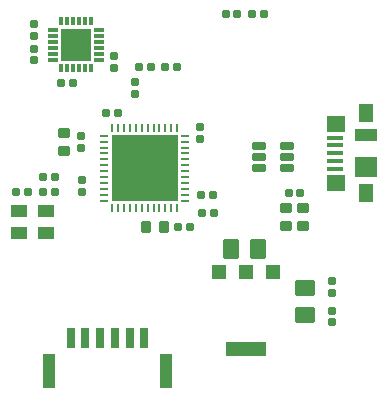
<source format=gbr>
%TF.GenerationSoftware,Altium Limited,Altium Designer,24.6.1 (21)*%
G04 Layer_Color=8421504*
%FSLAX45Y45*%
%MOMM*%
%TF.SameCoordinates,998BC942-C911-4A9E-BC0A-61954E215518*%
%TF.FilePolarity,Positive*%
%TF.FileFunction,Paste,Top*%
%TF.Part,Single*%
G01*
G75*
%TA.AperFunction,SMDPad,CuDef*%
G04:AMPARAMS|DCode=10|XSize=0.6mm|YSize=0.7mm|CornerRadius=0.075mm|HoleSize=0mm|Usage=FLASHONLY|Rotation=90.000|XOffset=0mm|YOffset=0mm|HoleType=Round|Shape=RoundedRectangle|*
%AMROUNDEDRECTD10*
21,1,0.60000,0.55000,0,0,90.0*
21,1,0.45000,0.70000,0,0,90.0*
1,1,0.15000,0.27500,0.22500*
1,1,0.15000,0.27500,-0.22500*
1,1,0.15000,-0.27500,-0.22500*
1,1,0.15000,-0.27500,0.22500*
%
%ADD10ROUNDEDRECTD10*%
%ADD11O,0.80000X0.25000*%
%ADD12O,0.25000X0.80000*%
%ADD13R,5.60000X5.60000*%
%ADD14R,3.50000X1.25000*%
%ADD15R,1.25000X1.25000*%
G04:AMPARAMS|DCode=16|XSize=1.4mm|YSize=1.7mm|CornerRadius=0.175mm|HoleSize=0mm|Usage=FLASHONLY|Rotation=270.000|XOffset=0mm|YOffset=0mm|HoleType=Round|Shape=RoundedRectangle|*
%AMROUNDEDRECTD16*
21,1,1.40000,1.35000,0,0,270.0*
21,1,1.05000,1.70000,0,0,270.0*
1,1,0.35000,-0.67500,-0.52500*
1,1,0.35000,-0.67500,0.52500*
1,1,0.35000,0.67500,0.52500*
1,1,0.35000,0.67500,-0.52500*
%
%ADD16ROUNDEDRECTD16*%
%ADD17R,0.35000X0.80000*%
%ADD18R,0.85000X0.35000*%
%ADD19R,2.60000X2.70000*%
G04:AMPARAMS|DCode=20|XSize=0.8mm|YSize=1mm|CornerRadius=0.1mm|HoleSize=0mm|Usage=FLASHONLY|Rotation=0.000|XOffset=0mm|YOffset=0mm|HoleType=Round|Shape=RoundedRectangle|*
%AMROUNDEDRECTD20*
21,1,0.80000,0.80000,0,0,0.0*
21,1,0.60000,1.00000,0,0,0.0*
1,1,0.20000,0.30000,-0.40000*
1,1,0.20000,-0.30000,-0.40000*
1,1,0.20000,-0.30000,0.40000*
1,1,0.20000,0.30000,0.40000*
%
%ADD20ROUNDEDRECTD20*%
G04:AMPARAMS|DCode=21|XSize=1.3mm|YSize=1.1mm|CornerRadius=0.055mm|HoleSize=0mm|Usage=FLASHONLY|Rotation=0.000|XOffset=0mm|YOffset=0mm|HoleType=Round|Shape=RoundedRectangle|*
%AMROUNDEDRECTD21*
21,1,1.30000,0.99000,0,0,0.0*
21,1,1.19000,1.10000,0,0,0.0*
1,1,0.11000,0.59500,-0.49500*
1,1,0.11000,-0.59500,-0.49500*
1,1,0.11000,-0.59500,0.49500*
1,1,0.11000,0.59500,0.49500*
%
%ADD21ROUNDEDRECTD21*%
G04:AMPARAMS|DCode=22|XSize=0.6mm|YSize=0.7mm|CornerRadius=0.075mm|HoleSize=0mm|Usage=FLASHONLY|Rotation=180.000|XOffset=0mm|YOffset=0mm|HoleType=Round|Shape=RoundedRectangle|*
%AMROUNDEDRECTD22*
21,1,0.60000,0.55000,0,0,180.0*
21,1,0.45000,0.70000,0,0,180.0*
1,1,0.15000,-0.22500,0.27500*
1,1,0.15000,0.22500,0.27500*
1,1,0.15000,0.22500,-0.27500*
1,1,0.15000,-0.22500,-0.27500*
%
%ADD22ROUNDEDRECTD22*%
G04:AMPARAMS|DCode=23|XSize=0.8mm|YSize=1mm|CornerRadius=0.1mm|HoleSize=0mm|Usage=FLASHONLY|Rotation=90.000|XOffset=0mm|YOffset=0mm|HoleType=Round|Shape=RoundedRectangle|*
%AMROUNDEDRECTD23*
21,1,0.80000,0.80000,0,0,90.0*
21,1,0.60000,1.00000,0,0,90.0*
1,1,0.20000,0.40000,0.30000*
1,1,0.20000,0.40000,-0.30000*
1,1,0.20000,-0.40000,-0.30000*
1,1,0.20000,-0.40000,0.30000*
%
%ADD23ROUNDEDRECTD23*%
%TA.AperFunction,ConnectorPad*%
%ADD24R,1.30000X1.65000*%
%ADD25R,1.90000X1.80000*%
%ADD26R,1.90000X1.00000*%
%ADD27R,1.55000X1.42500*%
%ADD28R,1.38000X0.45000*%
%TA.AperFunction,SMDPad,CuDef*%
G04:AMPARAMS|DCode=29|XSize=0.6mm|YSize=1.2mm|CornerRadius=0.075mm|HoleSize=0mm|Usage=FLASHONLY|Rotation=90.000|XOffset=0mm|YOffset=0mm|HoleType=Round|Shape=RoundedRectangle|*
%AMROUNDEDRECTD29*
21,1,0.60000,1.05000,0,0,90.0*
21,1,0.45000,1.20000,0,0,90.0*
1,1,0.15000,0.52500,0.22500*
1,1,0.15000,0.52500,-0.22500*
1,1,0.15000,-0.52500,-0.22500*
1,1,0.15000,-0.52500,0.22500*
%
%ADD29ROUNDEDRECTD29*%
%ADD30R,1.00000X2.90000*%
%ADD31R,0.65000X1.70000*%
G04:AMPARAMS|DCode=33|XSize=1.4mm|YSize=1.7mm|CornerRadius=0.175mm|HoleSize=0mm|Usage=FLASHONLY|Rotation=180.000|XOffset=0mm|YOffset=0mm|HoleType=Round|Shape=RoundedRectangle|*
%AMROUNDEDRECTD33*
21,1,1.40000,1.35000,0,0,180.0*
21,1,1.05000,1.70000,0,0,180.0*
1,1,0.35000,-0.52500,0.67500*
1,1,0.35000,0.52500,0.67500*
1,1,0.35000,0.52500,-0.67500*
1,1,0.35000,-0.52500,-0.67500*
%
%ADD33ROUNDEDRECTD33*%
D10*
X9407500Y8052500D02*
D03*
Y7952500D02*
D03*
X8725000Y8227500D02*
D03*
Y8327500D02*
D03*
Y8017500D02*
D03*
Y8117500D02*
D03*
X9130000Y7280000D02*
D03*
Y7380000D02*
D03*
X9132500Y7007500D02*
D03*
Y6907500D02*
D03*
X11250000Y5900000D02*
D03*
Y5800000D02*
D03*
Y6150000D02*
D03*
Y6050000D02*
D03*
X9587500Y7837500D02*
D03*
Y7737500D02*
D03*
X10130000Y7450000D02*
D03*
Y7350000D02*
D03*
D11*
X9325000Y7380000D02*
D03*
Y7330000D02*
D03*
Y7280000D02*
D03*
Y7230000D02*
D03*
Y7180000D02*
D03*
Y7130000D02*
D03*
Y7080000D02*
D03*
Y7030000D02*
D03*
Y6980000D02*
D03*
Y6930000D02*
D03*
Y6880000D02*
D03*
Y6830000D02*
D03*
X10005000D02*
D03*
Y6880000D02*
D03*
Y6930000D02*
D03*
Y6980000D02*
D03*
Y7030000D02*
D03*
Y7080000D02*
D03*
Y7130000D02*
D03*
Y7180000D02*
D03*
Y7230000D02*
D03*
Y7280000D02*
D03*
Y7330000D02*
D03*
Y7380000D02*
D03*
D12*
X9390000Y6765000D02*
D03*
X9440000D02*
D03*
X9490000D02*
D03*
X9540000D02*
D03*
X9590000D02*
D03*
X9640000D02*
D03*
X9690000D02*
D03*
X9740000D02*
D03*
X9790000D02*
D03*
X9840000D02*
D03*
X9890000D02*
D03*
X9940000D02*
D03*
Y7445000D02*
D03*
X9890000D02*
D03*
X9840000D02*
D03*
X9790000D02*
D03*
X9740000D02*
D03*
X9690000D02*
D03*
X9640000D02*
D03*
X9590000D02*
D03*
X9540000D02*
D03*
X9490000D02*
D03*
X9440000D02*
D03*
X9390000D02*
D03*
D13*
X9665000Y7105000D02*
D03*
D14*
X10525000Y5570500D02*
D03*
D15*
X10296000Y6229500D02*
D03*
X10525000D02*
D03*
X10754000D02*
D03*
D16*
X11025000Y6089300D02*
D03*
Y5860700D02*
D03*
D17*
X9207500Y8350000D02*
D03*
X9157500D02*
D03*
X9107500D02*
D03*
X9057500D02*
D03*
X9007500D02*
D03*
X8957500D02*
D03*
X9207500Y7950000D02*
D03*
X9157500D02*
D03*
X9107500D02*
D03*
X9057500D02*
D03*
X9007500D02*
D03*
X8957500D02*
D03*
D18*
X8885000Y8275000D02*
D03*
Y8225000D02*
D03*
Y8175000D02*
D03*
Y8125000D02*
D03*
Y8075000D02*
D03*
Y8025000D02*
D03*
X9280000Y8275000D02*
D03*
Y8225000D02*
D03*
Y8175000D02*
D03*
Y8125000D02*
D03*
Y8075000D02*
D03*
Y8025000D02*
D03*
D19*
X9082500Y8150000D02*
D03*
D20*
X9830000Y6607500D02*
D03*
X9680000D02*
D03*
D21*
X8600000Y6745000D02*
D03*
Y6555000D02*
D03*
X8830000Y6745000D02*
D03*
Y6555000D02*
D03*
D22*
X8902500Y7030000D02*
D03*
X8802500D02*
D03*
X8580000Y6905000D02*
D03*
X8680000D02*
D03*
X8902500D02*
D03*
X8802500D02*
D03*
X9440000Y7570000D02*
D03*
X9340000D02*
D03*
X8957500Y7825000D02*
D03*
X9057500D02*
D03*
X10351000Y8409500D02*
D03*
X10451000D02*
D03*
X10576000D02*
D03*
X10676000D02*
D03*
X10883500Y6892500D02*
D03*
X10983500D02*
D03*
X9715000Y7965000D02*
D03*
X9615000D02*
D03*
X9835000D02*
D03*
X9935000D02*
D03*
X10150000Y6725000D02*
D03*
X10250000D02*
D03*
X10145000Y6880000D02*
D03*
X10245000D02*
D03*
X10047500Y6610000D02*
D03*
X9947500D02*
D03*
D23*
X8980000Y7405000D02*
D03*
Y7255000D02*
D03*
X10858500Y6767500D02*
D03*
Y6617500D02*
D03*
X11008500Y6767500D02*
D03*
Y6617500D02*
D03*
D24*
X11540000Y6895000D02*
D03*
Y7570000D02*
D03*
D25*
Y7117500D02*
D03*
D26*
Y7387500D02*
D03*
D27*
X11282500Y6983750D02*
D03*
Y7481250D02*
D03*
D28*
X11274000Y7102500D02*
D03*
Y7167500D02*
D03*
Y7232500D02*
D03*
Y7297500D02*
D03*
Y7362500D02*
D03*
D29*
X10630000Y7105000D02*
D03*
Y7200000D02*
D03*
Y7295000D02*
D03*
X10870000D02*
D03*
Y7200000D02*
D03*
Y7105000D02*
D03*
D30*
X9847500Y5385000D02*
D03*
X8852500D02*
D03*
D31*
X9662500Y5665000D02*
D03*
X9287500D02*
D03*
X9537500D02*
D03*
X9412500D02*
D03*
X9162500D02*
D03*
X9037500D02*
D03*
D33*
X10395700Y6422500D02*
D03*
X10624300D02*
D03*
%TF.MD5,fc51bd09fe3571720ce2d9cbcc3fb3e9*%
M02*

</source>
